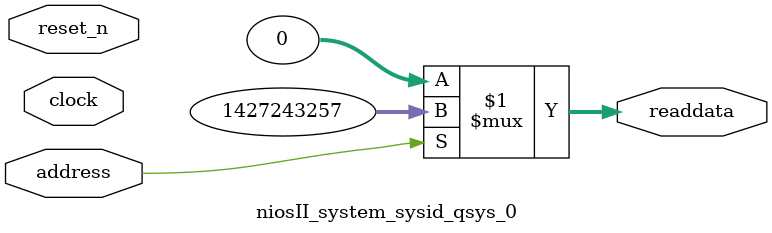
<source format=v>

`timescale 1ns / 1ps
// synthesis translate_on

// turn off superfluous verilog processor warnings 
// altera message_level Level1 
// altera message_off 10034 10035 10036 10037 10230 10240 10030 

module niosII_system_sysid_qsys_0 (
               // inputs:
                address,
                clock,
                reset_n,

               // outputs:
                readdata
             )
;

  output  [ 31: 0] readdata;
  input            address;
  input            clock;
  input            reset_n;

  wire    [ 31: 0] readdata;
  //control_slave, which is an e_avalon_slave
  assign readdata = address ? 1427243257 : 0;

endmodule




</source>
